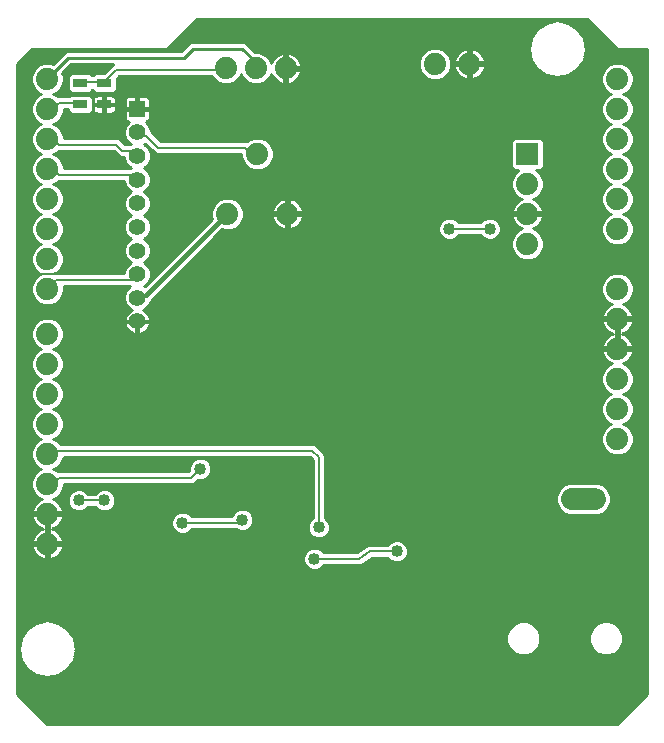
<source format=gbl>
G75*
G70*
%OFA0B0*%
%FSLAX24Y24*%
%IPPOS*%
%LPD*%
%AMOC8*
5,1,8,0,0,1.08239X$1,22.5*
%
%ADD10C,0.0740*%
%ADD11C,0.0740*%
%ADD12R,0.0472X0.0315*%
%ADD13R,0.0740X0.0740*%
%ADD14R,0.0555X0.0555*%
%ADD15C,0.0555*%
%ADD16C,0.0400*%
%ADD17C,0.0100*%
%ADD18C,0.0080*%
%ADD19C,0.0150*%
D10*
X009335Y012259D03*
X009335Y013259D03*
X009335Y014259D03*
X009335Y015259D03*
X009335Y016259D03*
X009335Y017259D03*
X009335Y018259D03*
X009335Y019259D03*
X009335Y020759D03*
X009335Y021759D03*
X009335Y022759D03*
X009335Y023759D03*
X009335Y024759D03*
X009335Y025759D03*
X009335Y026759D03*
X009335Y027759D03*
X015285Y028109D03*
X016285Y028109D03*
X017285Y028109D03*
X016335Y025259D03*
X015335Y023259D03*
X017335Y023259D03*
X022265Y028259D03*
X023405Y028259D03*
X028335Y027759D03*
X028335Y026759D03*
X028335Y025759D03*
X028335Y024759D03*
X028335Y023759D03*
X028335Y022759D03*
X028335Y020759D03*
X028335Y019759D03*
X028335Y018759D03*
X028335Y017759D03*
X028335Y016759D03*
X028335Y015759D03*
X025335Y022259D03*
X025335Y023259D03*
X025335Y024259D03*
D11*
X026835Y013759D02*
X027575Y013759D01*
D12*
X011235Y026905D03*
X010435Y026905D03*
X010435Y027613D03*
X011235Y027613D03*
D13*
X025335Y025259D03*
D14*
X012335Y026759D03*
D15*
X012335Y025971D03*
X012335Y025184D03*
X012335Y024397D03*
X012335Y023609D03*
X012335Y022822D03*
X012335Y022034D03*
X012335Y021247D03*
X012335Y020460D03*
X012335Y019672D03*
D16*
X010835Y022359D03*
X010835Y023259D03*
X010835Y025059D03*
X019335Y020259D03*
X022735Y022759D03*
X024085Y022759D03*
X023835Y024759D03*
X025835Y015759D03*
X020985Y012009D03*
X021135Y010359D03*
X018235Y010909D03*
X018235Y011759D03*
X018385Y012809D03*
X017785Y014409D03*
X015835Y013059D03*
X013835Y012959D03*
X013735Y013909D03*
X014435Y014759D03*
X011435Y014809D03*
X011235Y013709D03*
X010385Y013709D03*
X010335Y012759D03*
X011585Y012559D03*
X013735Y011959D03*
D17*
X008335Y007259D02*
X009335Y006259D01*
X028335Y006259D01*
X009335Y006259D01*
X009237Y006357D02*
X028434Y006357D01*
X028335Y006259D02*
X029335Y007259D01*
X029335Y028759D01*
X028335Y028759D01*
X027335Y029759D01*
X014335Y029759D01*
X013335Y028759D01*
X008835Y028759D01*
X008335Y028259D01*
X008335Y007259D01*
X008350Y007244D02*
X029321Y007244D01*
X029335Y007343D02*
X008335Y007343D01*
X008335Y007441D02*
X029335Y007441D01*
X029335Y007540D02*
X008335Y007540D01*
X008335Y007639D02*
X029335Y007639D01*
X029335Y007737D02*
X008335Y007737D01*
X008335Y007836D02*
X009226Y007836D01*
X009335Y007814D02*
X009335Y007814D01*
X008974Y007886D01*
X008973Y007886D01*
X008667Y008091D01*
X008667Y008091D01*
X008462Y008397D01*
X008462Y008397D01*
X008390Y008759D01*
X008390Y008759D01*
X008462Y009120D01*
X008462Y009121D01*
X008667Y009427D01*
X008667Y009427D01*
X008973Y009632D01*
X008974Y009632D01*
X009335Y009704D01*
X009335Y009704D01*
X009697Y009632D01*
X009697Y009632D01*
X010003Y009427D01*
X010003Y009427D01*
X010003Y009427D01*
X010208Y009121D01*
X010208Y009120D01*
X010280Y008759D01*
X010208Y008397D01*
X010208Y008397D01*
X010003Y008091D01*
X010003Y008091D01*
X010003Y008091D01*
X009697Y007886D01*
X009697Y007886D01*
X009335Y007814D01*
X009444Y007836D02*
X029335Y007836D01*
X029335Y007934D02*
X009769Y007934D01*
X009916Y008033D02*
X029335Y008033D01*
X029335Y008131D02*
X010030Y008131D01*
X010096Y008230D02*
X029335Y008230D01*
X029335Y008328D02*
X010162Y008328D01*
X010214Y008427D02*
X029335Y008427D01*
X029335Y008525D02*
X010234Y008525D01*
X010253Y008624D02*
X024899Y008624D01*
X024882Y008631D02*
X025089Y008545D01*
X025313Y008545D01*
X025521Y008631D01*
X025679Y008790D01*
X025765Y008997D01*
X025765Y009221D01*
X025679Y009428D01*
X025521Y009587D01*
X025313Y009673D01*
X025089Y009673D01*
X024882Y009587D01*
X024723Y009428D01*
X024638Y009221D01*
X024638Y008997D01*
X024723Y008790D01*
X024882Y008631D01*
X024790Y008722D02*
X010273Y008722D01*
X010268Y008821D02*
X024710Y008821D01*
X024670Y008920D02*
X010248Y008920D01*
X010229Y009018D02*
X024638Y009018D01*
X024638Y009117D02*
X010209Y009117D01*
X010145Y009215D02*
X024638Y009215D01*
X024676Y009314D02*
X010079Y009314D01*
X010013Y009412D02*
X024717Y009412D01*
X024806Y009511D02*
X009878Y009511D01*
X009731Y009609D02*
X024937Y009609D01*
X025466Y009609D02*
X027692Y009609D01*
X027638Y009587D02*
X027479Y009428D01*
X027393Y009221D01*
X027393Y008997D01*
X027479Y008790D01*
X027638Y008631D01*
X027845Y008545D01*
X028069Y008545D01*
X028276Y008631D01*
X028435Y008790D01*
X028521Y008997D01*
X028521Y009221D01*
X028435Y009428D01*
X028276Y009587D01*
X028069Y009673D01*
X027845Y009673D01*
X027638Y009587D01*
X027562Y009511D02*
X025596Y009511D01*
X025686Y009412D02*
X027473Y009412D01*
X027432Y009314D02*
X025727Y009314D01*
X025765Y009215D02*
X027393Y009215D01*
X027393Y009117D02*
X025765Y009117D01*
X025765Y009018D02*
X027393Y009018D01*
X027425Y008920D02*
X025733Y008920D01*
X025692Y008821D02*
X027466Y008821D01*
X027546Y008722D02*
X025612Y008722D01*
X025503Y008624D02*
X027655Y008624D01*
X028259Y008624D02*
X029335Y008624D01*
X029335Y008722D02*
X028368Y008722D01*
X028448Y008821D02*
X029335Y008821D01*
X029335Y008920D02*
X028489Y008920D01*
X028521Y009018D02*
X029335Y009018D01*
X029335Y009117D02*
X028521Y009117D01*
X028521Y009215D02*
X029335Y009215D01*
X029335Y009314D02*
X028482Y009314D01*
X028442Y009412D02*
X029335Y009412D01*
X029335Y009511D02*
X028352Y009511D01*
X028222Y009609D02*
X029335Y009609D01*
X029335Y009708D02*
X008335Y009708D01*
X008335Y009806D02*
X029335Y009806D01*
X029335Y009905D02*
X008335Y009905D01*
X008335Y010004D02*
X029335Y010004D01*
X029335Y010102D02*
X008335Y010102D01*
X008335Y010201D02*
X029335Y010201D01*
X029335Y010299D02*
X008335Y010299D01*
X008335Y010398D02*
X029335Y010398D01*
X029335Y010496D02*
X008335Y010496D01*
X008335Y010595D02*
X029335Y010595D01*
X029335Y010693D02*
X008335Y010693D01*
X008335Y010792D02*
X029335Y010792D01*
X029335Y010890D02*
X008335Y010890D01*
X008335Y010989D02*
X029335Y010989D01*
X029335Y011088D02*
X008335Y011088D01*
X008335Y011186D02*
X029335Y011186D01*
X029335Y011285D02*
X008335Y011285D01*
X008335Y011383D02*
X029335Y011383D01*
X029335Y011482D02*
X018481Y011482D01*
X018445Y011445D02*
X018548Y011549D01*
X019718Y011549D01*
X019786Y011537D01*
X019802Y011549D01*
X019822Y011549D01*
X019871Y011598D01*
X020152Y011799D01*
X020672Y011799D01*
X020776Y011695D01*
X020911Y011639D01*
X021059Y011639D01*
X021195Y011695D01*
X021299Y011799D01*
X021355Y011935D01*
X021355Y012082D01*
X021299Y012218D01*
X021195Y012323D01*
X021059Y012379D01*
X020911Y012379D01*
X020776Y012323D01*
X020672Y012219D01*
X020103Y012219D01*
X020034Y012230D01*
X020018Y012219D01*
X019998Y012219D01*
X019949Y012170D01*
X019668Y011969D01*
X018548Y011969D01*
X018445Y012073D01*
X018309Y012129D01*
X018161Y012129D01*
X018026Y012073D01*
X018027Y012073D02*
X009821Y012073D01*
X009817Y012059D02*
X009842Y012137D01*
X009854Y012209D01*
X009385Y012209D01*
X009385Y012309D01*
X009285Y012309D01*
X009285Y012777D01*
X009285Y013209D01*
X008817Y013209D01*
X008828Y013137D01*
X008853Y013059D01*
X008890Y012986D01*
X008938Y012920D01*
X008996Y012862D01*
X009063Y012814D01*
X009135Y012777D01*
X009191Y012759D01*
X009135Y012741D01*
X009063Y012704D01*
X008996Y012656D01*
X008938Y012598D01*
X008890Y012531D01*
X008853Y012459D01*
X008828Y012381D01*
X008817Y012309D01*
X009285Y012309D01*
X009285Y012209D01*
X008817Y012209D01*
X008828Y012137D01*
X008853Y012059D01*
X008890Y011986D01*
X008938Y011920D01*
X008996Y011862D01*
X009063Y011814D01*
X009135Y011777D01*
X008335Y011777D01*
X008335Y011679D02*
X017868Y011679D01*
X017865Y011685D02*
X017921Y011549D01*
X018026Y011445D01*
X018161Y011389D01*
X018309Y011389D01*
X018445Y011445D01*
X017989Y011482D02*
X008335Y011482D01*
X008335Y011580D02*
X017909Y011580D01*
X017865Y011685D02*
X017865Y011832D01*
X017921Y011968D01*
X018026Y012073D01*
X017927Y011974D02*
X009771Y011974D01*
X009780Y011986D02*
X009817Y012059D01*
X009780Y011986D02*
X009732Y011920D01*
X009674Y011862D01*
X009608Y011814D01*
X009535Y011777D01*
X009457Y011752D01*
X009385Y011740D01*
X009385Y012209D01*
X009285Y012209D01*
X009285Y011740D01*
X009213Y011752D01*
X009135Y011777D01*
X009285Y011777D02*
X009385Y011777D01*
X009385Y011876D02*
X009285Y011876D01*
X009285Y011974D02*
X009385Y011974D01*
X009385Y012073D02*
X009285Y012073D01*
X009285Y012171D02*
X009385Y012171D01*
X009385Y012270D02*
X020723Y012270D01*
X020887Y012369D02*
X009844Y012369D01*
X009842Y012381D02*
X009817Y012459D01*
X009780Y012531D01*
X009732Y012598D01*
X009674Y012656D01*
X009608Y012704D01*
X009535Y012741D01*
X009479Y012759D01*
X009535Y012777D01*
X009608Y012814D01*
X009674Y012862D01*
X009732Y012920D01*
X009780Y012986D01*
X009817Y013059D01*
X009842Y013137D01*
X009854Y013209D01*
X009385Y013209D01*
X009385Y013309D01*
X009854Y013309D01*
X009842Y013381D01*
X009817Y013459D01*
X009780Y013531D01*
X009732Y013598D01*
X009674Y013656D01*
X009608Y013704D01*
X009535Y013741D01*
X009513Y013748D01*
X010015Y013748D01*
X010015Y013782D02*
X010015Y013635D01*
X010071Y013499D01*
X010176Y013395D01*
X010311Y013339D01*
X010459Y013339D01*
X010595Y013395D01*
X010698Y013499D01*
X010922Y013499D01*
X011026Y013395D01*
X011161Y013339D01*
X011309Y013339D01*
X011445Y013395D01*
X011549Y013499D01*
X011605Y013635D01*
X011605Y013782D01*
X011549Y013918D01*
X011445Y014023D01*
X011309Y014079D01*
X011161Y014079D01*
X011026Y014023D01*
X010922Y013919D01*
X010698Y013919D01*
X010595Y014023D01*
X010459Y014079D01*
X010311Y014079D01*
X010176Y014023D01*
X010071Y013918D01*
X010015Y013782D01*
X010042Y013847D02*
X009687Y013847D01*
X009641Y013801D02*
X009793Y013953D01*
X009875Y014151D01*
X009875Y014249D01*
X014222Y014249D01*
X014345Y014372D01*
X014362Y014389D01*
X014509Y014389D01*
X014645Y014445D01*
X014749Y014549D01*
X014805Y014685D01*
X014805Y014832D01*
X018178Y014832D01*
X018178Y014734D02*
X014805Y014734D01*
X014805Y014832D02*
X014749Y014968D01*
X014645Y015073D01*
X014509Y015129D01*
X014361Y015129D01*
X014226Y015073D01*
X014121Y014968D01*
X014065Y014832D01*
X009672Y014832D01*
X009641Y014801D02*
X009793Y014953D01*
X009874Y015149D01*
X018079Y015149D01*
X018178Y015051D01*
X018176Y013123D01*
X018071Y013018D01*
X018015Y012882D01*
X018015Y012735D01*
X018071Y012599D01*
X018176Y012495D01*
X018311Y012439D01*
X018459Y012439D01*
X018595Y012495D01*
X018699Y012599D01*
X018755Y012735D01*
X018755Y012882D01*
X018699Y013018D01*
X018595Y013122D01*
X018598Y015052D01*
X018599Y015053D01*
X018598Y015139D01*
X018598Y015225D01*
X018598Y015226D01*
X018598Y015227D01*
X018535Y015288D01*
X018476Y015348D01*
X018474Y015348D01*
X018313Y015508D01*
X018252Y015569D01*
X018251Y015569D01*
X018250Y015569D01*
X018163Y015569D01*
X009789Y015569D01*
X009641Y015717D01*
X009539Y015759D01*
X009641Y015801D01*
X009793Y015953D01*
X009875Y016151D01*
X009875Y016366D01*
X009793Y016565D01*
X009641Y016717D01*
X009539Y016759D01*
X009641Y016801D01*
X009793Y016953D01*
X009875Y017151D01*
X009875Y017366D01*
X009793Y017565D01*
X009641Y017717D01*
X009539Y017759D01*
X009641Y017801D01*
X009793Y017953D01*
X009875Y018151D01*
X009875Y018366D01*
X009793Y018565D01*
X009641Y018717D01*
X009539Y018759D01*
X009641Y018801D01*
X009793Y018953D01*
X009875Y019151D01*
X009875Y019366D01*
X009793Y019565D01*
X009641Y019717D01*
X009443Y019799D01*
X009228Y019799D01*
X009029Y019717D01*
X008877Y019565D01*
X008795Y019366D01*
X008795Y019151D01*
X008877Y018953D01*
X009029Y018801D01*
X009131Y018759D01*
X009029Y018717D01*
X008877Y018565D01*
X008795Y018366D01*
X008795Y018151D01*
X008877Y017953D01*
X009029Y017801D01*
X009131Y017759D01*
X009029Y017717D01*
X008877Y017565D01*
X008795Y017366D01*
X008795Y017151D01*
X008877Y016953D01*
X009029Y016801D01*
X009131Y016759D01*
X009029Y016717D01*
X008877Y016565D01*
X008795Y016366D01*
X008795Y016151D01*
X008877Y015953D01*
X009029Y015801D01*
X009131Y015759D01*
X009029Y015717D01*
X008877Y015565D01*
X008795Y015366D01*
X008795Y015151D01*
X008877Y014953D01*
X009029Y014801D01*
X009131Y014759D01*
X009029Y014717D01*
X008877Y014565D01*
X008795Y014366D01*
X008795Y014151D01*
X008877Y013953D01*
X009029Y013801D01*
X009158Y013748D01*
X009135Y013741D01*
X009063Y013704D01*
X008996Y013656D01*
X008938Y013598D01*
X008890Y013531D01*
X008853Y013459D01*
X008828Y013381D01*
X008817Y013309D01*
X009285Y013309D01*
X009285Y013209D01*
X009385Y013209D01*
X009385Y012740D01*
X009385Y012309D01*
X009854Y012309D01*
X009842Y012381D01*
X009813Y012467D02*
X018243Y012467D01*
X018105Y012566D02*
X009755Y012566D01*
X009662Y012664D02*
X013607Y012664D01*
X013626Y012645D02*
X013761Y012589D01*
X013909Y012589D01*
X014045Y012645D01*
X014148Y012749D01*
X015622Y012749D01*
X015626Y012745D01*
X015761Y012689D01*
X015909Y012689D01*
X016045Y012745D01*
X016149Y012849D01*
X016205Y012985D01*
X016205Y013132D01*
X016149Y013268D01*
X016045Y013373D01*
X015909Y013429D01*
X015761Y013429D01*
X015626Y013373D01*
X015521Y013268D01*
X015480Y013169D01*
X014148Y013169D01*
X014045Y013273D01*
X013909Y013329D01*
X013761Y013329D01*
X013626Y013273D01*
X013521Y013168D01*
X013465Y013032D01*
X013465Y012885D01*
X013521Y012749D01*
X013626Y012645D01*
X013516Y012763D02*
X009491Y012763D01*
X009385Y012763D02*
X009285Y012763D01*
X009285Y012861D02*
X009385Y012861D01*
X009385Y012960D02*
X009285Y012960D01*
X009285Y013058D02*
X009385Y013058D01*
X009385Y013157D02*
X009285Y013157D01*
X009285Y013255D02*
X008335Y013255D01*
X008335Y013157D02*
X008825Y013157D01*
X008854Y013058D02*
X008335Y013058D01*
X008335Y012960D02*
X008910Y012960D01*
X008998Y012861D02*
X008335Y012861D01*
X008335Y012763D02*
X009179Y012763D01*
X009285Y012664D02*
X009385Y012664D01*
X009385Y012566D02*
X009285Y012566D01*
X009285Y012467D02*
X009385Y012467D01*
X009385Y012369D02*
X009285Y012369D01*
X009285Y012270D02*
X008335Y012270D01*
X008335Y012171D02*
X008822Y012171D01*
X008849Y012073D02*
X008335Y012073D01*
X008335Y011974D02*
X008899Y011974D01*
X008983Y011876D02*
X008335Y011876D01*
X008335Y012369D02*
X008826Y012369D01*
X008858Y012467D02*
X008335Y012467D01*
X008335Y012566D02*
X008915Y012566D01*
X009008Y012664D02*
X008335Y012664D01*
X008335Y013354D02*
X008824Y013354D01*
X008851Y013453D02*
X008335Y013453D01*
X008335Y013551D02*
X008905Y013551D01*
X008990Y013650D02*
X008335Y013650D01*
X008335Y013748D02*
X009157Y013748D01*
X008984Y013847D02*
X008335Y013847D01*
X008335Y013945D02*
X008885Y013945D01*
X008840Y014044D02*
X008335Y014044D01*
X008335Y014142D02*
X008799Y014142D01*
X008795Y014241D02*
X008335Y014241D01*
X008335Y014339D02*
X008795Y014339D01*
X008825Y014438D02*
X008335Y014438D01*
X008335Y014537D02*
X008866Y014537D01*
X008948Y014635D02*
X008335Y014635D01*
X008335Y014734D02*
X009070Y014734D01*
X008998Y014832D02*
X008335Y014832D01*
X008335Y014931D02*
X008900Y014931D01*
X008846Y015029D02*
X008335Y015029D01*
X008335Y015128D02*
X008805Y015128D01*
X008795Y015226D02*
X008335Y015226D01*
X008335Y015325D02*
X008795Y015325D01*
X008819Y015423D02*
X008335Y015423D01*
X008335Y015522D02*
X008860Y015522D01*
X008933Y015621D02*
X008335Y015621D01*
X008335Y015719D02*
X009035Y015719D01*
X009013Y015818D02*
X008335Y015818D01*
X008335Y015916D02*
X008914Y015916D01*
X008852Y016015D02*
X008335Y016015D01*
X008335Y016113D02*
X008811Y016113D01*
X008795Y016212D02*
X008335Y016212D01*
X008335Y016310D02*
X008795Y016310D01*
X008813Y016409D02*
X008335Y016409D01*
X008335Y016507D02*
X008854Y016507D01*
X008919Y016606D02*
X008335Y016606D01*
X008335Y016704D02*
X009017Y016704D01*
X009027Y016803D02*
X008335Y016803D01*
X008335Y016902D02*
X008929Y016902D01*
X008858Y017000D02*
X008335Y017000D01*
X008335Y017099D02*
X008817Y017099D01*
X008795Y017197D02*
X008335Y017197D01*
X008335Y017296D02*
X008795Y017296D01*
X008807Y017394D02*
X008335Y017394D01*
X008335Y017493D02*
X008848Y017493D01*
X008904Y017591D02*
X008335Y017591D01*
X008335Y017690D02*
X009002Y017690D01*
X009060Y017788D02*
X008335Y017788D01*
X008335Y017887D02*
X008943Y017887D01*
X008864Y017986D02*
X008335Y017986D01*
X008335Y018084D02*
X008823Y018084D01*
X008795Y018183D02*
X008335Y018183D01*
X008335Y018281D02*
X008795Y018281D01*
X008801Y018380D02*
X008335Y018380D01*
X008335Y018478D02*
X008841Y018478D01*
X008889Y018577D02*
X008335Y018577D01*
X008335Y018675D02*
X008988Y018675D01*
X009095Y018774D02*
X008335Y018774D01*
X008335Y018872D02*
X008958Y018872D01*
X008870Y018971D02*
X008335Y018971D01*
X008335Y019070D02*
X008829Y019070D01*
X008795Y019168D02*
X008335Y019168D01*
X008335Y019267D02*
X008795Y019267D01*
X008795Y019365D02*
X008335Y019365D01*
X008335Y019464D02*
X008835Y019464D01*
X008876Y019562D02*
X008335Y019562D01*
X008335Y019661D02*
X008973Y019661D01*
X009132Y019759D02*
X008335Y019759D01*
X008335Y019858D02*
X011950Y019858D01*
X011939Y019836D02*
X011918Y019772D01*
X011908Y019706D01*
X011908Y019701D01*
X012306Y019701D01*
X012306Y019643D01*
X012364Y019643D01*
X012364Y019245D01*
X012369Y019245D01*
X012435Y019255D01*
X012499Y019276D01*
X012559Y019307D01*
X012614Y019346D01*
X012661Y019394D01*
X012701Y019448D01*
X012731Y019508D01*
X012752Y019572D01*
X012763Y019639D01*
X012763Y019643D01*
X012364Y019643D01*
X012364Y019701D01*
X012763Y019701D01*
X012763Y019706D01*
X012752Y019772D01*
X012731Y019836D01*
X012701Y019896D01*
X012661Y019951D01*
X012614Y019998D01*
X012559Y020038D01*
X012526Y020055D01*
X012589Y020080D01*
X012714Y020206D01*
X012775Y020352D01*
X015167Y022744D01*
X015228Y022719D01*
X015443Y022719D01*
X015641Y022801D01*
X015793Y022953D01*
X015875Y023151D01*
X015875Y023366D01*
X015793Y023565D01*
X015641Y023717D01*
X015443Y023799D01*
X015228Y023799D01*
X015029Y023717D01*
X014877Y023565D01*
X014795Y023366D01*
X014795Y023151D01*
X014820Y023091D01*
X012575Y020845D01*
X012554Y020853D01*
X012589Y020868D01*
X012714Y020994D01*
X012783Y021158D01*
X012783Y021336D01*
X013066Y021336D01*
X013164Y021435D02*
X012742Y021435D01*
X012714Y021501D02*
X012589Y021626D01*
X012554Y021641D01*
X012589Y021655D01*
X012714Y021781D01*
X012783Y021945D01*
X012783Y022124D01*
X012714Y022288D01*
X012589Y022414D01*
X012554Y022428D01*
X012589Y022443D01*
X012714Y022568D01*
X012783Y022733D01*
X012783Y022911D01*
X012714Y023075D01*
X012589Y023201D01*
X012554Y023216D01*
X012589Y023230D01*
X012714Y023356D01*
X012783Y023520D01*
X012783Y023698D01*
X012714Y023863D01*
X012589Y023989D01*
X012554Y024003D01*
X012589Y024017D01*
X012714Y024143D01*
X012783Y024308D01*
X012783Y024486D01*
X012714Y024650D01*
X012589Y024776D01*
X012554Y024790D01*
X012589Y024805D01*
X012714Y024931D01*
X012783Y025095D01*
X012783Y025273D01*
X012714Y025438D01*
X012589Y025563D01*
X012554Y025578D01*
X012589Y025592D01*
X012597Y025600D01*
X012825Y025372D01*
X012948Y025249D01*
X015795Y025249D01*
X015795Y025151D01*
X015877Y024953D01*
X016029Y024801D01*
X016228Y024719D01*
X016443Y024719D01*
X016641Y024801D01*
X016793Y024953D01*
X016875Y025151D01*
X016875Y025366D01*
X016793Y025565D01*
X016641Y025717D01*
X016443Y025799D01*
X016228Y025799D01*
X016029Y025717D01*
X015981Y025669D01*
X015848Y025669D01*
X013122Y025669D01*
X012783Y026008D01*
X012783Y026061D01*
X012714Y026225D01*
X012608Y026331D01*
X012632Y026331D01*
X012670Y026342D01*
X012705Y026361D01*
X012733Y026389D01*
X012752Y026424D01*
X012763Y026462D01*
X012763Y026730D01*
X012364Y026730D01*
X012364Y026788D01*
X012306Y026788D01*
X012306Y027186D01*
X012038Y027186D01*
X012000Y027176D01*
X011966Y027156D01*
X011938Y027128D01*
X011918Y027094D01*
X011908Y027056D01*
X011908Y026788D01*
X012306Y026788D01*
X012306Y026730D01*
X011908Y026730D01*
X011908Y026462D01*
X011918Y026424D01*
X011938Y026389D01*
X011966Y026361D01*
X012000Y026342D01*
X012038Y026331D01*
X012062Y026331D01*
X011956Y026225D01*
X011888Y026061D01*
X011888Y025882D01*
X011956Y025718D01*
X012082Y025592D01*
X012116Y025578D01*
X012095Y025569D01*
X011922Y025569D01*
X011845Y025646D01*
X011722Y025769D01*
X009875Y025769D01*
X009875Y025866D01*
X009793Y026065D01*
X009641Y026217D01*
X009539Y026259D01*
X009641Y026301D01*
X009793Y026453D01*
X009875Y026651D01*
X009875Y026749D01*
X010029Y026749D01*
X010029Y026677D01*
X010128Y026577D01*
X010742Y026577D01*
X010841Y026677D01*
X010841Y027132D01*
X010742Y027232D01*
X010128Y027232D01*
X010065Y027169D01*
X009822Y027169D01*
X009689Y027169D01*
X009641Y027217D01*
X009539Y027259D01*
X009641Y027301D01*
X009793Y027453D01*
X009875Y027651D01*
X009875Y027866D01*
X009839Y027952D01*
X010126Y028239D01*
X011518Y028239D01*
X011425Y028146D01*
X011220Y027941D01*
X010928Y027941D01*
X010857Y027869D01*
X010814Y027869D01*
X010742Y027941D01*
X010128Y027941D01*
X010029Y027841D01*
X010029Y027385D01*
X010128Y027286D01*
X010742Y027286D01*
X010835Y027379D01*
X010928Y027286D01*
X011542Y027286D01*
X011641Y027385D01*
X011641Y027768D01*
X011722Y027849D01*
X014808Y027849D01*
X014827Y027803D01*
X014979Y027651D01*
X015178Y027569D01*
X015393Y027569D01*
X015591Y027651D01*
X015743Y027803D01*
X015785Y027905D01*
X015827Y027803D01*
X015979Y027651D01*
X016178Y027569D01*
X016393Y027569D01*
X016591Y027651D01*
X016743Y027803D01*
X016796Y027931D01*
X016803Y027909D01*
X016840Y027836D01*
X016888Y027770D01*
X016946Y027712D01*
X017013Y027664D01*
X017085Y027627D01*
X017163Y027602D01*
X017235Y027590D01*
X017235Y028059D01*
X017335Y028059D01*
X017335Y028159D01*
X017235Y028159D01*
X017235Y028627D01*
X017163Y028616D01*
X017085Y028591D01*
X017013Y028554D01*
X016946Y028506D01*
X016888Y028448D01*
X016840Y028381D01*
X016803Y028309D01*
X016796Y028286D01*
X016743Y028415D01*
X016591Y028567D01*
X016393Y028649D01*
X016256Y028649D01*
X016055Y028850D01*
X015926Y028979D01*
X014094Y028979D01*
X013965Y028850D01*
X013794Y028679D01*
X010126Y028679D01*
X009944Y028679D01*
X009528Y028263D01*
X009443Y028299D01*
X009228Y028299D01*
X009029Y028217D01*
X008877Y028065D01*
X008795Y027866D01*
X008795Y027651D01*
X008877Y027453D01*
X009029Y027301D01*
X009131Y027259D01*
X009029Y027217D01*
X008877Y027065D01*
X008795Y026866D01*
X008795Y026651D01*
X008877Y026453D01*
X009029Y026301D01*
X009131Y026259D01*
X009029Y026217D01*
X008877Y026065D01*
X008795Y025866D01*
X008795Y025651D01*
X008877Y025453D01*
X009029Y025301D01*
X009131Y025259D01*
X009029Y025217D01*
X008877Y025065D01*
X008795Y024866D01*
X008795Y024651D01*
X008877Y024453D01*
X009029Y024301D01*
X009131Y024259D01*
X009029Y024217D01*
X008877Y024065D01*
X008795Y023866D01*
X008795Y023651D01*
X008877Y023453D01*
X009029Y023301D01*
X009131Y023259D01*
X009029Y023217D01*
X008877Y023065D01*
X008795Y022866D01*
X008795Y022651D01*
X008877Y022453D01*
X009029Y022301D01*
X009131Y022259D01*
X009029Y022217D01*
X008877Y022065D01*
X008795Y021866D01*
X008795Y021651D01*
X008877Y021453D01*
X009029Y021301D01*
X009131Y021259D01*
X009029Y021217D01*
X008877Y021065D01*
X008795Y020866D01*
X008795Y020651D01*
X008877Y020453D01*
X009029Y020301D01*
X009228Y020219D01*
X009443Y020219D01*
X009641Y020301D01*
X009793Y020453D01*
X009875Y020651D01*
X009875Y020849D01*
X012106Y020849D01*
X012082Y020839D01*
X011956Y020713D01*
X011888Y020549D01*
X011888Y020371D01*
X011956Y020206D01*
X012082Y020080D01*
X012144Y020055D01*
X012111Y020038D01*
X012057Y019998D01*
X012009Y019951D01*
X011969Y019896D01*
X011939Y019836D01*
X011916Y019759D02*
X009538Y019759D01*
X009697Y019661D02*
X012306Y019661D01*
X012306Y019643D02*
X011908Y019643D01*
X011908Y019639D01*
X011918Y019572D01*
X011939Y019508D01*
X011969Y019448D01*
X012009Y019394D01*
X012057Y019346D01*
X012111Y019307D01*
X012171Y019276D01*
X012235Y019255D01*
X012301Y019245D01*
X012306Y019245D01*
X012306Y019643D01*
X012364Y019661D02*
X027824Y019661D01*
X027828Y019637D02*
X027853Y019559D01*
X027890Y019486D01*
X027938Y019420D01*
X027996Y019362D01*
X028063Y019314D01*
X028135Y019277D01*
X028191Y019259D01*
X028135Y019241D01*
X028063Y019204D01*
X027996Y019156D01*
X027938Y019098D01*
X027890Y019031D01*
X027853Y018959D01*
X027828Y018881D01*
X027817Y018809D01*
X028285Y018809D01*
X028285Y019240D01*
X028285Y019709D01*
X027817Y019709D01*
X027828Y019637D01*
X027852Y019562D02*
X012749Y019562D01*
X012709Y019464D02*
X027907Y019464D01*
X027993Y019365D02*
X012633Y019365D01*
X012470Y019267D02*
X028167Y019267D01*
X028285Y019267D02*
X028385Y019267D01*
X028385Y019240D02*
X028385Y019709D01*
X028385Y019809D01*
X028854Y019809D01*
X028842Y019881D01*
X028817Y019959D01*
X028780Y020031D01*
X028732Y020098D01*
X028674Y020156D01*
X028608Y020204D01*
X028535Y020241D01*
X028513Y020248D01*
X028641Y020301D01*
X028793Y020453D01*
X028875Y020651D01*
X028875Y020866D01*
X028793Y021065D01*
X028641Y021217D01*
X028443Y021299D01*
X028228Y021299D01*
X028029Y021217D01*
X027877Y021065D01*
X027795Y020866D01*
X027795Y020651D01*
X027877Y020453D01*
X028029Y020301D01*
X028158Y020248D01*
X028135Y020241D01*
X028063Y020204D01*
X027996Y020156D01*
X027938Y020098D01*
X027890Y020031D01*
X027853Y019959D01*
X027828Y019881D01*
X027817Y019809D01*
X028285Y019809D01*
X028285Y019709D01*
X028385Y019709D01*
X028854Y019709D01*
X028842Y019637D01*
X028817Y019559D01*
X028780Y019486D01*
X028732Y019420D01*
X028674Y019362D01*
X028608Y019314D01*
X028535Y019277D01*
X028479Y019259D01*
X028535Y019241D01*
X028608Y019204D01*
X028674Y019156D01*
X028732Y019098D01*
X028780Y019031D01*
X028817Y018959D01*
X028842Y018881D01*
X028854Y018809D01*
X028385Y018809D01*
X028285Y018809D01*
X028285Y018709D01*
X027817Y018709D01*
X027828Y018637D01*
X027853Y018559D01*
X027890Y018486D01*
X027938Y018420D01*
X027996Y018362D01*
X028063Y018314D01*
X028135Y018277D01*
X028158Y018270D01*
X028029Y018217D01*
X027877Y018065D01*
X027795Y017866D01*
X027795Y017651D01*
X027877Y017453D01*
X028029Y017301D01*
X028131Y017259D01*
X028029Y017217D01*
X027877Y017065D01*
X027795Y016866D01*
X027795Y016651D01*
X027877Y016453D01*
X028029Y016301D01*
X028131Y016259D01*
X028029Y016217D01*
X027877Y016065D01*
X027795Y015866D01*
X027795Y015651D01*
X027877Y015453D01*
X028029Y015301D01*
X028228Y015219D01*
X028443Y015219D01*
X028641Y015301D01*
X028793Y015453D01*
X028875Y015651D01*
X028875Y015866D01*
X028793Y016065D01*
X028641Y016217D01*
X028539Y016259D01*
X028641Y016301D01*
X028793Y016453D01*
X028875Y016651D01*
X028875Y016866D01*
X028793Y017065D01*
X028641Y017217D01*
X028539Y017259D01*
X028641Y017301D01*
X028793Y017453D01*
X028875Y017651D01*
X028875Y017866D01*
X028793Y018065D01*
X028641Y018217D01*
X028513Y018270D01*
X028535Y018277D01*
X028608Y018314D01*
X028674Y018362D01*
X028732Y018420D01*
X028780Y018486D01*
X028817Y018559D01*
X028842Y018637D01*
X028854Y018709D01*
X028385Y018709D01*
X028385Y018809D01*
X028385Y019240D01*
X028385Y019168D02*
X028285Y019168D01*
X028285Y019070D02*
X028385Y019070D01*
X028385Y018971D02*
X028285Y018971D01*
X028285Y018872D02*
X028385Y018872D01*
X028385Y018774D02*
X029335Y018774D01*
X029335Y018872D02*
X028844Y018872D01*
X028811Y018971D02*
X029335Y018971D01*
X029335Y019070D02*
X028752Y019070D01*
X028657Y019168D02*
X029335Y019168D01*
X029335Y019267D02*
X028503Y019267D01*
X028385Y019365D02*
X028285Y019365D01*
X028285Y019464D02*
X028385Y019464D01*
X028385Y019562D02*
X028285Y019562D01*
X028285Y019661D02*
X028385Y019661D01*
X028385Y019759D02*
X029335Y019759D01*
X029335Y019661D02*
X028846Y019661D01*
X028818Y019562D02*
X029335Y019562D01*
X029335Y019464D02*
X028763Y019464D01*
X028677Y019365D02*
X029335Y019365D01*
X029335Y019858D02*
X028846Y019858D01*
X028818Y019956D02*
X029335Y019956D01*
X029335Y020055D02*
X028763Y020055D01*
X028676Y020154D02*
X029335Y020154D01*
X029335Y020252D02*
X028523Y020252D01*
X028690Y020351D02*
X029335Y020351D01*
X029335Y020449D02*
X028789Y020449D01*
X028832Y020548D02*
X029335Y020548D01*
X029335Y020646D02*
X028873Y020646D01*
X028875Y020745D02*
X029335Y020745D01*
X029335Y020843D02*
X028875Y020843D01*
X028844Y020942D02*
X029335Y020942D01*
X029335Y021040D02*
X028803Y021040D01*
X028719Y021139D02*
X029335Y021139D01*
X029335Y021237D02*
X028591Y021237D01*
X028080Y021237D02*
X013660Y021237D01*
X013562Y021139D02*
X027951Y021139D01*
X027867Y021040D02*
X013463Y021040D01*
X013365Y020942D02*
X027826Y020942D01*
X027795Y020843D02*
X013266Y020843D01*
X013167Y020745D02*
X027795Y020745D01*
X027797Y020646D02*
X013069Y020646D01*
X012970Y020548D02*
X027838Y020548D01*
X027881Y020449D02*
X012872Y020449D01*
X012774Y020351D02*
X027980Y020351D01*
X028148Y020252D02*
X012733Y020252D01*
X012662Y020154D02*
X027994Y020154D01*
X027907Y020055D02*
X012527Y020055D01*
X012655Y019956D02*
X027853Y019956D01*
X027824Y019858D02*
X012720Y019858D01*
X012754Y019759D02*
X028285Y019759D01*
X028014Y019168D02*
X009875Y019168D01*
X009875Y019267D02*
X012200Y019267D01*
X012306Y019267D02*
X012364Y019267D01*
X012364Y019365D02*
X012306Y019365D01*
X012306Y019464D02*
X012364Y019464D01*
X012364Y019562D02*
X012306Y019562D01*
X012038Y019365D02*
X009875Y019365D01*
X009835Y019464D02*
X011962Y019464D01*
X011921Y019562D02*
X009794Y019562D01*
X009841Y019070D02*
X027918Y019070D01*
X027860Y018971D02*
X009800Y018971D01*
X009712Y018872D02*
X027827Y018872D01*
X027822Y018675D02*
X009682Y018675D01*
X009781Y018577D02*
X027847Y018577D01*
X027896Y018478D02*
X009829Y018478D01*
X009870Y018380D02*
X027979Y018380D01*
X028127Y018281D02*
X009875Y018281D01*
X009875Y018183D02*
X027995Y018183D01*
X027897Y018084D02*
X009847Y018084D01*
X009806Y017986D02*
X027845Y017986D01*
X027804Y017887D02*
X009727Y017887D01*
X009610Y017788D02*
X027795Y017788D01*
X027795Y017690D02*
X009668Y017690D01*
X009766Y017591D02*
X027820Y017591D01*
X027861Y017493D02*
X009823Y017493D01*
X009864Y017394D02*
X027936Y017394D01*
X028042Y017296D02*
X009875Y017296D01*
X009875Y017197D02*
X028010Y017197D01*
X027911Y017099D02*
X009853Y017099D01*
X009812Y017000D02*
X027851Y017000D01*
X027810Y016902D02*
X009741Y016902D01*
X009643Y016803D02*
X027795Y016803D01*
X027795Y016704D02*
X009653Y016704D01*
X009752Y016606D02*
X027814Y016606D01*
X027855Y016507D02*
X009817Y016507D01*
X009857Y016409D02*
X027921Y016409D01*
X028020Y016310D02*
X009875Y016310D01*
X009875Y016212D02*
X028024Y016212D01*
X027926Y016113D02*
X009859Y016113D01*
X009818Y016015D02*
X027857Y016015D01*
X027816Y015916D02*
X009756Y015916D01*
X009657Y015818D02*
X027795Y015818D01*
X027795Y015719D02*
X009635Y015719D01*
X009737Y015621D02*
X027808Y015621D01*
X027849Y015522D02*
X018299Y015522D01*
X018398Y015423D02*
X027907Y015423D01*
X028005Y015325D02*
X018499Y015325D01*
X018598Y015226D02*
X028210Y015226D01*
X028460Y015226D02*
X029335Y015226D01*
X029335Y015128D02*
X018598Y015128D01*
X018598Y015029D02*
X029335Y015029D01*
X029335Y014931D02*
X018598Y014931D01*
X018598Y014832D02*
X029335Y014832D01*
X029335Y014734D02*
X018598Y014734D01*
X018598Y014635D02*
X029335Y014635D01*
X029335Y014537D02*
X018597Y014537D01*
X018597Y014438D02*
X029335Y014438D01*
X029335Y014339D02*
X018597Y014339D01*
X018597Y014241D02*
X026588Y014241D01*
X026529Y014217D02*
X026377Y014065D01*
X026295Y013866D01*
X026295Y013651D01*
X026377Y013453D01*
X026529Y013301D01*
X026728Y013219D01*
X027683Y013219D01*
X027881Y013301D01*
X028033Y013453D01*
X028115Y013651D01*
X028115Y013866D01*
X028033Y014065D01*
X027881Y014217D01*
X027683Y014299D01*
X026728Y014299D01*
X026529Y014217D01*
X026455Y014142D02*
X018597Y014142D01*
X018597Y014044D02*
X026369Y014044D01*
X026328Y013945D02*
X018597Y013945D01*
X018596Y013847D02*
X026295Y013847D01*
X026295Y013748D02*
X018596Y013748D01*
X018596Y013650D02*
X026296Y013650D01*
X026337Y013551D02*
X018596Y013551D01*
X018596Y013453D02*
X026378Y013453D01*
X026476Y013354D02*
X018596Y013354D01*
X018596Y013255D02*
X026639Y013255D01*
X027771Y013255D02*
X029335Y013255D01*
X029335Y013157D02*
X018596Y013157D01*
X018659Y013058D02*
X029335Y013058D01*
X029335Y012960D02*
X018723Y012960D01*
X018755Y012861D02*
X029335Y012861D01*
X029335Y012763D02*
X018755Y012763D01*
X018726Y012664D02*
X029335Y012664D01*
X029335Y012566D02*
X018665Y012566D01*
X018527Y012467D02*
X029335Y012467D01*
X029335Y012369D02*
X021084Y012369D01*
X021247Y012270D02*
X029335Y012270D01*
X029335Y012171D02*
X021318Y012171D01*
X021355Y012073D02*
X029335Y012073D01*
X029335Y011974D02*
X021355Y011974D01*
X021330Y011876D02*
X029335Y011876D01*
X029335Y011777D02*
X021277Y011777D01*
X021155Y011679D02*
X029335Y011679D01*
X029335Y011580D02*
X019853Y011580D01*
X019984Y011679D02*
X020815Y011679D01*
X020693Y011777D02*
X020122Y011777D01*
X019814Y012073D02*
X018444Y012073D01*
X018543Y011974D02*
X019676Y011974D01*
X019951Y012171D02*
X009848Y012171D01*
X009687Y011876D02*
X017883Y011876D01*
X017865Y011777D02*
X009535Y011777D01*
X009673Y012861D02*
X013475Y012861D01*
X013465Y012960D02*
X009761Y012960D01*
X009816Y013058D02*
X013476Y013058D01*
X013517Y013157D02*
X009845Y013157D01*
X009846Y013354D02*
X010275Y013354D01*
X010118Y013453D02*
X009819Y013453D01*
X009766Y013551D02*
X010050Y013551D01*
X010015Y013650D02*
X009680Y013650D01*
X009641Y013801D02*
X009513Y013748D01*
X009785Y013945D02*
X010098Y013945D01*
X010227Y014044D02*
X009830Y014044D01*
X009871Y014142D02*
X018177Y014142D01*
X018177Y014044D02*
X011393Y014044D01*
X011522Y013945D02*
X018177Y013945D01*
X018177Y013847D02*
X011578Y013847D01*
X011605Y013748D02*
X018176Y013748D01*
X018176Y013650D02*
X011605Y013650D01*
X011570Y013551D02*
X018176Y013551D01*
X018176Y013453D02*
X011502Y013453D01*
X011345Y013354D02*
X015607Y013354D01*
X015516Y013255D02*
X014062Y013255D01*
X013608Y013255D02*
X009385Y013255D01*
X009875Y014241D02*
X018177Y014241D01*
X018177Y014339D02*
X014313Y014339D01*
X014627Y014438D02*
X018177Y014438D01*
X018177Y014537D02*
X014736Y014537D01*
X014784Y014635D02*
X018178Y014635D01*
X018178Y014931D02*
X014764Y014931D01*
X014688Y015029D02*
X018178Y015029D01*
X018100Y015128D02*
X014511Y015128D01*
X014359Y015128D02*
X009865Y015128D01*
X009824Y015029D02*
X014182Y015029D01*
X014106Y014931D02*
X009771Y014931D01*
X009641Y014801D02*
X009539Y014759D01*
X009641Y014717D01*
X009689Y014669D01*
X009822Y014669D01*
X014048Y014669D01*
X014065Y014686D01*
X014065Y014832D01*
X014065Y014734D02*
X009600Y014734D01*
X010543Y014044D02*
X011077Y014044D01*
X010948Y013945D02*
X010672Y013945D01*
X010652Y013453D02*
X010968Y013453D01*
X011125Y013354D02*
X010495Y013354D01*
X014064Y012664D02*
X018045Y012664D01*
X018015Y012763D02*
X016062Y012763D01*
X016154Y012861D02*
X018015Y012861D01*
X018047Y012960D02*
X016195Y012960D01*
X016205Y013058D02*
X018111Y013058D01*
X018176Y013123D02*
X018176Y013123D01*
X018176Y013157D02*
X016195Y013157D01*
X016154Y013255D02*
X018176Y013255D01*
X018176Y013354D02*
X016063Y013354D01*
X008940Y009609D02*
X008335Y009609D01*
X008335Y009511D02*
X008792Y009511D01*
X008667Y009427D02*
X008667Y009427D01*
X008657Y009412D02*
X008335Y009412D01*
X008335Y009314D02*
X008591Y009314D01*
X008525Y009215D02*
X008335Y009215D01*
X008335Y009117D02*
X008461Y009117D01*
X008442Y009018D02*
X008335Y009018D01*
X008335Y008920D02*
X008422Y008920D01*
X008402Y008821D02*
X008335Y008821D01*
X008335Y008722D02*
X008397Y008722D01*
X008417Y008624D02*
X008335Y008624D01*
X008335Y008525D02*
X008437Y008525D01*
X008456Y008427D02*
X008335Y008427D01*
X008335Y008328D02*
X008508Y008328D01*
X008574Y008230D02*
X008335Y008230D01*
X008335Y008131D02*
X008640Y008131D01*
X008667Y008091D02*
X008667Y008091D01*
X008754Y008033D02*
X008335Y008033D01*
X008335Y007934D02*
X008901Y007934D01*
X008448Y007146D02*
X029222Y007146D01*
X029123Y007047D02*
X008547Y007047D01*
X008645Y006949D02*
X029025Y006949D01*
X028926Y006850D02*
X008744Y006850D01*
X008842Y006752D02*
X028828Y006752D01*
X028729Y006653D02*
X008941Y006653D01*
X009039Y006555D02*
X028631Y006555D01*
X028532Y006456D02*
X009138Y006456D01*
X009575Y018774D02*
X028285Y018774D01*
X028543Y018281D02*
X029335Y018281D01*
X029335Y018183D02*
X028675Y018183D01*
X028774Y018084D02*
X029335Y018084D01*
X029335Y017986D02*
X028826Y017986D01*
X028867Y017887D02*
X029335Y017887D01*
X029335Y017788D02*
X028875Y017788D01*
X028875Y017690D02*
X029335Y017690D01*
X029335Y017591D02*
X028850Y017591D01*
X028809Y017493D02*
X029335Y017493D01*
X029335Y017394D02*
X028734Y017394D01*
X028628Y017296D02*
X029335Y017296D01*
X029335Y017197D02*
X028660Y017197D01*
X028759Y017099D02*
X029335Y017099D01*
X029335Y017000D02*
X028820Y017000D01*
X028860Y016902D02*
X029335Y016902D01*
X029335Y016803D02*
X028875Y016803D01*
X028875Y016704D02*
X029335Y016704D01*
X029335Y016606D02*
X028856Y016606D01*
X028815Y016507D02*
X029335Y016507D01*
X029335Y016409D02*
X028749Y016409D01*
X028650Y016310D02*
X029335Y016310D01*
X029335Y016212D02*
X028646Y016212D01*
X028744Y016113D02*
X029335Y016113D01*
X029335Y016015D02*
X028814Y016015D01*
X028854Y015916D02*
X029335Y015916D01*
X029335Y015818D02*
X028875Y015818D01*
X028875Y015719D02*
X029335Y015719D01*
X029335Y015621D02*
X028862Y015621D01*
X028821Y015522D02*
X029335Y015522D01*
X029335Y015423D02*
X028763Y015423D01*
X028665Y015325D02*
X029335Y015325D01*
X029335Y014241D02*
X027822Y014241D01*
X027955Y014142D02*
X029335Y014142D01*
X029335Y014044D02*
X028042Y014044D01*
X028082Y013945D02*
X029335Y013945D01*
X029335Y013847D02*
X028115Y013847D01*
X028115Y013748D02*
X029335Y013748D01*
X029335Y013650D02*
X028114Y013650D01*
X028074Y013551D02*
X029335Y013551D01*
X029335Y013453D02*
X028032Y013453D01*
X027934Y013354D02*
X029335Y013354D01*
X029335Y018380D02*
X028691Y018380D01*
X028774Y018478D02*
X029335Y018478D01*
X029335Y018577D02*
X028823Y018577D01*
X028848Y018675D02*
X029335Y018675D01*
X029335Y021336D02*
X013759Y021336D01*
X013857Y021435D02*
X029335Y021435D01*
X029335Y021533D02*
X013956Y021533D01*
X014054Y021632D02*
X029335Y021632D01*
X029335Y021730D02*
X025470Y021730D01*
X025443Y021719D02*
X025641Y021801D01*
X025793Y021953D01*
X025875Y022151D01*
X025875Y022366D01*
X025793Y022565D01*
X025641Y022717D01*
X025513Y022770D01*
X025535Y022777D01*
X025608Y022814D01*
X027795Y022814D01*
X027795Y022866D02*
X027795Y022651D01*
X027877Y022453D01*
X028029Y022301D01*
X028228Y022219D01*
X028443Y022219D01*
X028641Y022301D01*
X028793Y022453D01*
X028875Y022651D01*
X028875Y022866D01*
X028793Y023065D01*
X028641Y023217D01*
X028539Y023259D01*
X028641Y023301D01*
X028793Y023453D01*
X028875Y023651D01*
X028875Y023866D01*
X028793Y024065D01*
X028641Y024217D01*
X028539Y024259D01*
X028641Y024301D01*
X028793Y024453D01*
X028875Y024651D01*
X028875Y024866D01*
X028793Y025065D01*
X028641Y025217D01*
X028539Y025259D01*
X028641Y025301D01*
X028793Y025453D01*
X028875Y025651D01*
X028875Y025866D01*
X028793Y026065D01*
X028641Y026217D01*
X028539Y026259D01*
X028641Y026301D01*
X028793Y026453D01*
X028875Y026651D01*
X028875Y026866D01*
X028793Y027065D01*
X028641Y027217D01*
X028539Y027259D01*
X028641Y027301D01*
X028793Y027453D01*
X028875Y027651D01*
X028875Y027866D01*
X028793Y028065D01*
X028641Y028217D01*
X028443Y028299D01*
X028228Y028299D01*
X028029Y028217D01*
X027877Y028065D01*
X027795Y027866D01*
X027795Y027651D01*
X027877Y027453D01*
X028029Y027301D01*
X028131Y027259D01*
X028029Y027217D01*
X027877Y027065D01*
X027795Y026866D01*
X027795Y026651D01*
X027877Y026453D01*
X028029Y026301D01*
X028131Y026259D01*
X028029Y026217D01*
X027877Y026065D01*
X027795Y025866D01*
X027795Y025651D01*
X027877Y025453D01*
X028029Y025301D01*
X028131Y025259D01*
X028029Y025217D01*
X027877Y025065D01*
X027795Y024866D01*
X027795Y024651D01*
X027877Y024453D01*
X028029Y024301D01*
X028131Y024259D01*
X028029Y024217D01*
X027877Y024065D01*
X027795Y023866D01*
X027795Y023651D01*
X027877Y023453D01*
X028029Y023301D01*
X028131Y023259D01*
X028029Y023217D01*
X027877Y023065D01*
X027795Y022866D01*
X027814Y022913D02*
X025724Y022913D01*
X025732Y022920D02*
X025780Y022986D01*
X025817Y023059D01*
X025842Y023137D01*
X025854Y023209D01*
X025385Y023209D01*
X025385Y023309D01*
X025854Y023309D01*
X025842Y023381D01*
X025817Y023459D01*
X025780Y023531D01*
X025732Y023598D01*
X025674Y023656D01*
X025608Y023704D01*
X025535Y023741D01*
X025513Y023748D01*
X025641Y023801D01*
X025793Y023953D01*
X025875Y024151D01*
X025875Y024366D01*
X025793Y024565D01*
X025641Y024717D01*
X025636Y024719D01*
X025776Y024719D01*
X025875Y024818D01*
X025875Y025699D01*
X025776Y025799D01*
X024895Y025799D01*
X024795Y025699D01*
X024795Y024818D01*
X024895Y024719D01*
X025035Y024719D01*
X025029Y024717D01*
X024877Y024565D01*
X024795Y024366D01*
X024795Y024151D01*
X024877Y023953D01*
X025029Y023801D01*
X025158Y023748D01*
X025135Y023741D01*
X025063Y023704D01*
X024996Y023656D01*
X024938Y023598D01*
X024890Y023531D01*
X024853Y023459D01*
X024828Y023381D01*
X024817Y023309D01*
X025285Y023309D01*
X025285Y023209D01*
X024817Y023209D01*
X024828Y023137D01*
X024853Y023059D01*
X024890Y022986D01*
X024938Y022920D01*
X024996Y022862D01*
X025063Y022814D01*
X025135Y022777D01*
X025158Y022770D01*
X025029Y022717D01*
X024877Y022565D01*
X024795Y022366D01*
X024795Y022151D01*
X024877Y021953D01*
X025029Y021801D01*
X025228Y021719D01*
X025443Y021719D01*
X025200Y021730D02*
X014153Y021730D01*
X014251Y021829D02*
X025002Y021829D01*
X024903Y021927D02*
X014350Y021927D01*
X014449Y022026D02*
X024847Y022026D01*
X024806Y022124D02*
X014547Y022124D01*
X014646Y022223D02*
X024795Y022223D01*
X024795Y022321D02*
X014744Y022321D01*
X014843Y022420D02*
X022586Y022420D01*
X022526Y022445D02*
X022661Y022389D01*
X022809Y022389D01*
X022945Y022445D01*
X023048Y022549D01*
X023772Y022549D01*
X023876Y022445D01*
X024011Y022389D01*
X024159Y022389D01*
X024295Y022445D01*
X024399Y022549D01*
X024455Y022685D01*
X024455Y022832D01*
X024399Y022968D01*
X024295Y023073D01*
X024159Y023129D01*
X024011Y023129D01*
X023876Y023073D01*
X023772Y022969D01*
X023048Y022969D01*
X022945Y023073D01*
X022809Y023129D01*
X022661Y023129D01*
X022526Y023073D01*
X022421Y022968D01*
X022365Y022832D01*
X022365Y022685D01*
X022421Y022549D01*
X022526Y022445D01*
X022452Y022519D02*
X014941Y022519D01*
X015040Y022617D02*
X022393Y022617D01*
X022365Y022716D02*
X015138Y022716D01*
X014741Y023011D02*
X012741Y023011D01*
X012782Y022913D02*
X014642Y022913D01*
X014544Y022814D02*
X012783Y022814D01*
X012775Y022716D02*
X014445Y022716D01*
X014347Y022617D02*
X012735Y022617D01*
X012665Y022519D02*
X014248Y022519D01*
X014150Y022420D02*
X012574Y022420D01*
X012681Y022321D02*
X014051Y022321D01*
X013953Y022223D02*
X012741Y022223D01*
X012782Y022124D02*
X013854Y022124D01*
X013756Y022026D02*
X012783Y022026D01*
X012775Y021927D02*
X013657Y021927D01*
X013559Y021829D02*
X012734Y021829D01*
X012664Y021730D02*
X013460Y021730D01*
X013361Y021632D02*
X012576Y021632D01*
X012682Y021533D02*
X013263Y021533D01*
X012967Y021237D02*
X012783Y021237D01*
X012775Y021139D02*
X012869Y021139D01*
X012770Y021040D02*
X012734Y021040D01*
X012672Y020942D02*
X012663Y020942D01*
X012783Y021336D02*
X012714Y021501D01*
X012116Y021641D02*
X012082Y021626D01*
X011956Y021501D01*
X011888Y021336D01*
X009676Y021336D01*
X009641Y021301D02*
X009793Y021453D01*
X009875Y021651D01*
X009875Y021866D01*
X009793Y022065D01*
X009641Y022217D01*
X009539Y022259D01*
X009641Y022301D01*
X009793Y022453D01*
X009875Y022651D01*
X009875Y022866D01*
X009793Y023065D01*
X009641Y023217D01*
X009539Y023259D01*
X009641Y023301D01*
X009793Y023453D01*
X009875Y023651D01*
X009875Y023866D01*
X009793Y024065D01*
X009641Y024217D01*
X009539Y024259D01*
X009641Y024301D01*
X009689Y024349D01*
X009822Y024349D01*
X011888Y024349D01*
X011888Y024308D01*
X011956Y024143D01*
X012082Y024017D01*
X012116Y024003D01*
X012082Y023989D01*
X011956Y023863D01*
X011888Y023698D01*
X011888Y023520D01*
X011956Y023356D01*
X012082Y023230D01*
X012116Y023216D01*
X012082Y023201D01*
X011956Y023075D01*
X011888Y022911D01*
X011888Y022733D01*
X011956Y022568D01*
X012082Y022443D01*
X012116Y022428D01*
X012082Y022414D01*
X011956Y022288D01*
X011888Y022124D01*
X009733Y022124D01*
X009809Y022026D02*
X011888Y022026D01*
X011888Y021945D02*
X011956Y021781D01*
X012082Y021655D01*
X012116Y021641D01*
X012094Y021632D02*
X009867Y021632D01*
X009875Y021730D02*
X012007Y021730D01*
X011936Y021829D02*
X009875Y021829D01*
X009850Y021927D02*
X011895Y021927D01*
X011888Y021945D02*
X011888Y022124D01*
X011929Y022223D02*
X009626Y022223D01*
X009661Y022321D02*
X011989Y022321D01*
X012097Y022420D02*
X009760Y022420D01*
X009820Y022519D02*
X012006Y022519D01*
X011936Y022617D02*
X009861Y022617D01*
X009875Y022716D02*
X011895Y022716D01*
X011888Y022814D02*
X009875Y022814D01*
X009856Y022913D02*
X011888Y022913D01*
X011929Y023011D02*
X009815Y023011D01*
X009748Y023110D02*
X011990Y023110D01*
X012099Y023208D02*
X009649Y023208D01*
X009647Y023307D02*
X012005Y023307D01*
X011935Y023405D02*
X009745Y023405D01*
X009814Y023504D02*
X011894Y023504D01*
X011888Y023603D02*
X009855Y023603D01*
X009875Y023701D02*
X011889Y023701D01*
X011930Y023800D02*
X009875Y023800D01*
X009862Y023898D02*
X011991Y023898D01*
X012101Y023997D02*
X009821Y023997D01*
X009762Y024095D02*
X012004Y024095D01*
X011935Y024194D02*
X009664Y024194D01*
X009620Y024292D02*
X011894Y024292D01*
X012074Y024769D02*
X009875Y024769D01*
X009875Y024866D01*
X009793Y025065D01*
X009641Y025217D01*
X009539Y025259D01*
X009641Y025301D01*
X009689Y025349D01*
X009822Y025349D01*
X011548Y025349D01*
X011748Y025149D01*
X011888Y025149D01*
X011888Y025095D01*
X011956Y024931D01*
X012082Y024805D01*
X012116Y024790D01*
X012082Y024776D01*
X012074Y024769D01*
X012103Y024785D02*
X009875Y024785D01*
X009868Y024884D02*
X012003Y024884D01*
X011934Y024982D02*
X009827Y024982D01*
X009777Y025081D02*
X011894Y025081D01*
X011718Y025179D02*
X009678Y025179D01*
X009585Y025278D02*
X011619Y025278D01*
X011918Y025573D02*
X012106Y025573D01*
X012002Y025672D02*
X011819Y025672D01*
X011934Y025770D02*
X009875Y025770D01*
X009874Y025869D02*
X011893Y025869D01*
X011888Y025968D02*
X009833Y025968D01*
X009792Y026066D02*
X011890Y026066D01*
X011931Y026165D02*
X009693Y026165D01*
X009549Y026263D02*
X011994Y026263D01*
X011965Y026362D02*
X009702Y026362D01*
X009796Y026460D02*
X011908Y026460D01*
X011908Y026559D02*
X009837Y026559D01*
X009875Y026657D02*
X010048Y026657D01*
X010067Y027347D02*
X009687Y027347D01*
X009786Y027446D02*
X010029Y027446D01*
X010029Y027544D02*
X009831Y027544D01*
X009871Y027643D02*
X010029Y027643D01*
X010029Y027741D02*
X009875Y027741D01*
X009875Y027840D02*
X010029Y027840D01*
X010126Y027938D02*
X009845Y027938D01*
X009924Y028037D02*
X011316Y028037D01*
X011415Y028136D02*
X010023Y028136D01*
X010121Y028234D02*
X011513Y028234D01*
X011713Y027840D02*
X014812Y027840D01*
X014889Y027741D02*
X011641Y027741D01*
X011641Y027643D02*
X014999Y027643D01*
X015571Y027643D02*
X015999Y027643D01*
X015889Y027741D02*
X015681Y027741D01*
X015758Y027840D02*
X015812Y027840D01*
X016285Y028109D02*
X016285Y028309D01*
X015835Y028759D01*
X014185Y028759D01*
X013885Y028459D01*
X010035Y028459D01*
X009335Y027759D01*
X008839Y027544D02*
X008335Y027544D01*
X008335Y027446D02*
X008885Y027446D01*
X008983Y027347D02*
X008335Y027347D01*
X008335Y027249D02*
X009106Y027249D01*
X008963Y027150D02*
X008335Y027150D01*
X008335Y027052D02*
X008872Y027052D01*
X008831Y026953D02*
X008335Y026953D01*
X008335Y026854D02*
X008795Y026854D01*
X008795Y026756D02*
X008335Y026756D01*
X008335Y026657D02*
X008795Y026657D01*
X008833Y026559D02*
X008335Y026559D01*
X008335Y026460D02*
X008874Y026460D01*
X008969Y026362D02*
X008335Y026362D01*
X008335Y026263D02*
X009121Y026263D01*
X008977Y026165D02*
X008335Y026165D01*
X008335Y026066D02*
X008879Y026066D01*
X008837Y025968D02*
X008335Y025968D01*
X008335Y025869D02*
X008796Y025869D01*
X008795Y025770D02*
X008335Y025770D01*
X008335Y025672D02*
X008795Y025672D01*
X008827Y025573D02*
X008335Y025573D01*
X008335Y025475D02*
X008868Y025475D01*
X008954Y025376D02*
X008335Y025376D01*
X008335Y025278D02*
X009086Y025278D01*
X008992Y025179D02*
X008335Y025179D01*
X008335Y025081D02*
X008893Y025081D01*
X008843Y024982D02*
X008335Y024982D01*
X008335Y024884D02*
X008802Y024884D01*
X008795Y024785D02*
X008335Y024785D01*
X008335Y024686D02*
X008795Y024686D01*
X008821Y024588D02*
X008335Y024588D01*
X008335Y024489D02*
X008862Y024489D01*
X008939Y024391D02*
X008335Y024391D01*
X008335Y024292D02*
X009050Y024292D01*
X009006Y024194D02*
X008335Y024194D01*
X008335Y024095D02*
X008908Y024095D01*
X008849Y023997D02*
X008335Y023997D01*
X008335Y023898D02*
X008808Y023898D01*
X008795Y023800D02*
X008335Y023800D01*
X008335Y023701D02*
X008795Y023701D01*
X008815Y023603D02*
X008335Y023603D01*
X008335Y023504D02*
X008856Y023504D01*
X008925Y023405D02*
X008335Y023405D01*
X008335Y023307D02*
X009023Y023307D01*
X009021Y023208D02*
X008335Y023208D01*
X008335Y023110D02*
X008922Y023110D01*
X008855Y023011D02*
X008335Y023011D01*
X008335Y022913D02*
X008814Y022913D01*
X008795Y022814D02*
X008335Y022814D01*
X008335Y022716D02*
X008795Y022716D01*
X008809Y022617D02*
X008335Y022617D01*
X008335Y022519D02*
X008850Y022519D01*
X008910Y022420D02*
X008335Y022420D01*
X008335Y022321D02*
X009009Y022321D01*
X009044Y022223D02*
X008335Y022223D01*
X008335Y022124D02*
X008937Y022124D01*
X008861Y022026D02*
X008335Y022026D01*
X008335Y021927D02*
X008820Y021927D01*
X008795Y021829D02*
X008335Y021829D01*
X008335Y021730D02*
X008795Y021730D01*
X008803Y021632D02*
X008335Y021632D01*
X008335Y021533D02*
X008844Y021533D01*
X008896Y021435D02*
X008335Y021435D01*
X008335Y021336D02*
X008994Y021336D01*
X009079Y021237D02*
X008335Y021237D01*
X008335Y021139D02*
X008951Y021139D01*
X008867Y021040D02*
X008335Y021040D01*
X008335Y020942D02*
X008826Y020942D01*
X008795Y020843D02*
X008335Y020843D01*
X008335Y020745D02*
X008795Y020745D01*
X008797Y020646D02*
X008335Y020646D01*
X008335Y020548D02*
X008838Y020548D01*
X008881Y020449D02*
X008335Y020449D01*
X008335Y020351D02*
X008980Y020351D01*
X009148Y020252D02*
X008335Y020252D01*
X008335Y020154D02*
X012008Y020154D01*
X011937Y020252D02*
X009523Y020252D01*
X009690Y020351D02*
X011896Y020351D01*
X011888Y020449D02*
X009789Y020449D01*
X009832Y020548D02*
X011888Y020548D01*
X011928Y020646D02*
X009873Y020646D01*
X009875Y020745D02*
X011987Y020745D01*
X012092Y020843D02*
X009875Y020843D01*
X009722Y021269D02*
X009563Y021269D01*
X009641Y021301D01*
X009722Y021269D02*
X011888Y021269D01*
X011888Y021336D01*
X011928Y021435D02*
X009774Y021435D01*
X009826Y021533D02*
X011988Y021533D01*
X012143Y020055D02*
X008335Y020055D01*
X008335Y019956D02*
X012015Y019956D01*
X015654Y022814D02*
X017062Y022814D01*
X017063Y022814D02*
X017135Y022777D01*
X017213Y022752D01*
X017287Y022740D01*
X017287Y023210D01*
X017384Y023210D01*
X017384Y023307D01*
X025285Y023307D01*
X025385Y023307D02*
X028023Y023307D01*
X028021Y023208D02*
X025854Y023208D01*
X025833Y023110D02*
X027922Y023110D01*
X027855Y023011D02*
X025793Y023011D01*
X025732Y022920D02*
X025674Y022862D01*
X025608Y022814D01*
X025642Y022716D02*
X027795Y022716D01*
X027809Y022617D02*
X025741Y022617D01*
X025812Y022519D02*
X027850Y022519D01*
X027910Y022420D02*
X025853Y022420D01*
X025875Y022321D02*
X028009Y022321D01*
X028218Y022223D02*
X025875Y022223D01*
X025864Y022124D02*
X029335Y022124D01*
X029335Y022026D02*
X025823Y022026D01*
X025767Y021927D02*
X029335Y021927D01*
X029335Y021829D02*
X025669Y021829D01*
X024817Y022420D02*
X024234Y022420D01*
X024368Y022519D02*
X024858Y022519D01*
X024930Y022617D02*
X024427Y022617D01*
X024455Y022716D02*
X025028Y022716D01*
X025062Y022814D02*
X024455Y022814D01*
X024422Y022913D02*
X024946Y022913D01*
X024878Y023011D02*
X024356Y023011D01*
X024205Y023110D02*
X024837Y023110D01*
X024817Y023208D02*
X017854Y023208D01*
X017854Y023210D02*
X017384Y023210D01*
X017384Y022740D01*
X017457Y022752D01*
X017535Y022777D01*
X017608Y022814D01*
X022365Y022814D01*
X022398Y022913D02*
X017724Y022913D01*
X017732Y022920D02*
X017780Y022986D01*
X017817Y023059D01*
X017842Y023137D01*
X017854Y023210D01*
X017854Y023307D02*
X017842Y023381D01*
X017817Y023459D01*
X017780Y023531D01*
X017732Y023598D01*
X017674Y023656D01*
X017608Y023704D01*
X017535Y023741D01*
X017457Y023766D01*
X017384Y023778D01*
X017384Y023308D01*
X017287Y023308D01*
X017287Y023778D01*
X017213Y023766D01*
X017135Y023741D01*
X017063Y023704D01*
X016996Y023656D01*
X016938Y023598D01*
X016890Y023531D01*
X016853Y023459D01*
X016828Y023381D01*
X016816Y023307D01*
X017286Y023307D01*
X015875Y023307D01*
X015875Y023208D02*
X016817Y023208D01*
X016816Y023210D02*
X016828Y023137D01*
X016853Y023059D01*
X016890Y022986D01*
X016938Y022920D01*
X016996Y022862D01*
X017063Y022814D01*
X016946Y022913D02*
X015753Y022913D01*
X015817Y023011D02*
X016878Y023011D01*
X016837Y023110D02*
X015858Y023110D01*
X015859Y023405D02*
X016836Y023405D01*
X016876Y023504D02*
X015818Y023504D01*
X015755Y023603D02*
X016943Y023603D01*
X017059Y023701D02*
X015657Y023701D01*
X015014Y023701D02*
X012781Y023701D01*
X012783Y023603D02*
X014915Y023603D01*
X014852Y023504D02*
X012776Y023504D01*
X012735Y023405D02*
X014811Y023405D01*
X014795Y023307D02*
X012666Y023307D01*
X012571Y023208D02*
X014795Y023208D01*
X014812Y023110D02*
X012680Y023110D01*
X012741Y023800D02*
X025033Y023800D01*
X025059Y023701D02*
X017611Y023701D01*
X017727Y023603D02*
X024943Y023603D01*
X024876Y023504D02*
X017794Y023504D01*
X017834Y023405D02*
X024836Y023405D01*
X024932Y023898D02*
X012679Y023898D01*
X012569Y023997D02*
X024859Y023997D01*
X024818Y024095D02*
X012666Y024095D01*
X012735Y024194D02*
X024795Y024194D01*
X024795Y024292D02*
X012776Y024292D01*
X012783Y024391D02*
X024805Y024391D01*
X024846Y024489D02*
X012781Y024489D01*
X012740Y024588D02*
X024901Y024588D01*
X024999Y024686D02*
X012678Y024686D01*
X012567Y024785D02*
X016068Y024785D01*
X015947Y024884D02*
X012667Y024884D01*
X012736Y024982D02*
X015865Y024982D01*
X015824Y025081D02*
X012777Y025081D01*
X012783Y025179D02*
X015795Y025179D01*
X015984Y025672D02*
X013119Y025672D01*
X013020Y025770D02*
X016159Y025770D01*
X016511Y025770D02*
X024866Y025770D01*
X024795Y025672D02*
X016686Y025672D01*
X016784Y025573D02*
X024795Y025573D01*
X024795Y025475D02*
X016830Y025475D01*
X016871Y025376D02*
X024795Y025376D01*
X024795Y025278D02*
X016875Y025278D01*
X016875Y025179D02*
X024795Y025179D01*
X024795Y025081D02*
X016846Y025081D01*
X016805Y024982D02*
X024795Y024982D01*
X024795Y024884D02*
X016723Y024884D01*
X016602Y024785D02*
X024829Y024785D01*
X025671Y024686D02*
X027795Y024686D01*
X027795Y024785D02*
X025842Y024785D01*
X025875Y024884D02*
X027802Y024884D01*
X027843Y024982D02*
X025875Y024982D01*
X025875Y025081D02*
X027893Y025081D01*
X027992Y025179D02*
X025875Y025179D01*
X025875Y025278D02*
X028086Y025278D01*
X027954Y025376D02*
X025875Y025376D01*
X025875Y025475D02*
X027868Y025475D01*
X027827Y025573D02*
X025875Y025573D01*
X025875Y025672D02*
X027795Y025672D01*
X027795Y025770D02*
X025804Y025770D01*
X025770Y024588D02*
X027821Y024588D01*
X027862Y024489D02*
X025824Y024489D01*
X025865Y024391D02*
X027939Y024391D01*
X028050Y024292D02*
X025875Y024292D01*
X025875Y024194D02*
X028006Y024194D01*
X027908Y024095D02*
X025852Y024095D01*
X025811Y023997D02*
X027849Y023997D01*
X027808Y023898D02*
X025738Y023898D01*
X025637Y023800D02*
X027795Y023800D01*
X027795Y023701D02*
X025611Y023701D01*
X025727Y023603D02*
X027815Y023603D01*
X027856Y023504D02*
X025794Y023504D01*
X025834Y023405D02*
X027925Y023405D01*
X028647Y023307D02*
X029335Y023307D01*
X029335Y023405D02*
X028745Y023405D01*
X028814Y023504D02*
X029335Y023504D01*
X029335Y023603D02*
X028855Y023603D01*
X028875Y023701D02*
X029335Y023701D01*
X029335Y023800D02*
X028875Y023800D01*
X028862Y023898D02*
X029335Y023898D01*
X029335Y023997D02*
X028821Y023997D01*
X028762Y024095D02*
X029335Y024095D01*
X029335Y024194D02*
X028664Y024194D01*
X028620Y024292D02*
X029335Y024292D01*
X029335Y024391D02*
X028731Y024391D01*
X028808Y024489D02*
X029335Y024489D01*
X029335Y024588D02*
X028849Y024588D01*
X028875Y024686D02*
X029335Y024686D01*
X029335Y024785D02*
X028875Y024785D01*
X028868Y024884D02*
X029335Y024884D01*
X029335Y024982D02*
X028827Y024982D01*
X028777Y025081D02*
X029335Y025081D01*
X029335Y025179D02*
X028678Y025179D01*
X028585Y025278D02*
X029335Y025278D01*
X029335Y025376D02*
X028716Y025376D01*
X028802Y025475D02*
X029335Y025475D01*
X029335Y025573D02*
X028843Y025573D01*
X028875Y025672D02*
X029335Y025672D01*
X029335Y025770D02*
X028875Y025770D01*
X028874Y025869D02*
X029335Y025869D01*
X029335Y025968D02*
X028833Y025968D01*
X028792Y026066D02*
X029335Y026066D01*
X029335Y026165D02*
X028693Y026165D01*
X028549Y026263D02*
X029335Y026263D01*
X029335Y026362D02*
X028702Y026362D01*
X028796Y026460D02*
X029335Y026460D01*
X029335Y026559D02*
X028837Y026559D01*
X028875Y026657D02*
X029335Y026657D01*
X029335Y026756D02*
X028875Y026756D01*
X028875Y026854D02*
X029335Y026854D01*
X029335Y026953D02*
X028839Y026953D01*
X028798Y027052D02*
X029335Y027052D01*
X029335Y027150D02*
X028708Y027150D01*
X028564Y027249D02*
X029335Y027249D01*
X029335Y027347D02*
X028687Y027347D01*
X028786Y027446D02*
X029335Y027446D01*
X029335Y027544D02*
X028831Y027544D01*
X028871Y027643D02*
X029335Y027643D01*
X029335Y027741D02*
X028875Y027741D01*
X028875Y027840D02*
X029335Y027840D01*
X029335Y027938D02*
X028845Y027938D01*
X028804Y028037D02*
X029335Y028037D01*
X029335Y028136D02*
X028722Y028136D01*
X028599Y028234D02*
X029335Y028234D01*
X029335Y028333D02*
X027165Y028333D01*
X027208Y028397D02*
X027208Y028397D01*
X027003Y028091D01*
X027003Y028091D01*
X027003Y028091D01*
X026697Y027886D01*
X026697Y027886D01*
X026335Y027814D01*
X026335Y027814D01*
X025974Y027886D01*
X025973Y027886D01*
X025667Y028091D01*
X025667Y028091D01*
X025462Y028397D01*
X025462Y028397D01*
X025390Y028759D01*
X025390Y028759D01*
X025462Y029120D01*
X025462Y029121D01*
X013697Y029121D01*
X013599Y029022D02*
X025443Y029022D01*
X025423Y028924D02*
X015981Y028924D01*
X016080Y028825D02*
X025403Y028825D01*
X025396Y028727D02*
X023632Y028727D01*
X023605Y028741D02*
X023527Y028766D01*
X023455Y028777D01*
X023455Y028309D01*
X023355Y028309D01*
X023355Y028777D01*
X023283Y028766D01*
X023205Y028741D01*
X023133Y028704D01*
X023066Y028656D01*
X023008Y028598D01*
X022960Y028531D01*
X022923Y028459D01*
X022898Y028381D01*
X022887Y028309D01*
X023355Y028309D01*
X023355Y028209D01*
X022887Y028209D01*
X022898Y028137D01*
X022923Y028059D01*
X022960Y027986D01*
X023008Y027920D01*
X023066Y027862D01*
X023133Y027814D01*
X023205Y027777D01*
X023283Y027752D01*
X023355Y027740D01*
X023355Y028209D01*
X023455Y028209D01*
X023455Y028309D01*
X023924Y028309D01*
X023912Y028381D01*
X023887Y028459D01*
X023850Y028531D01*
X023802Y028598D01*
X023744Y028656D01*
X023678Y028704D01*
X023605Y028741D01*
X023455Y028727D02*
X023355Y028727D01*
X023355Y028628D02*
X023455Y028628D01*
X023455Y028530D02*
X023355Y028530D01*
X023355Y028431D02*
X023455Y028431D01*
X023455Y028333D02*
X023355Y028333D01*
X023355Y028234D02*
X022805Y028234D01*
X022805Y028151D02*
X022723Y027953D01*
X022571Y027801D01*
X022373Y027719D01*
X022158Y027719D01*
X021959Y027801D01*
X021807Y027953D01*
X021725Y028151D01*
X021725Y028366D01*
X021807Y028565D01*
X021959Y028717D01*
X022158Y028799D01*
X022373Y028799D01*
X022571Y028717D01*
X022723Y028565D01*
X022805Y028366D01*
X022805Y028151D01*
X022798Y028136D02*
X022898Y028136D01*
X022935Y028037D02*
X022758Y028037D01*
X022708Y027938D02*
X022995Y027938D01*
X023097Y027840D02*
X022610Y027840D01*
X022427Y027741D02*
X023349Y027741D01*
X023355Y027741D02*
X023455Y027741D01*
X023455Y027740D02*
X023527Y027752D01*
X023605Y027777D01*
X023678Y027814D01*
X023744Y027862D01*
X023802Y027920D01*
X023850Y027986D01*
X023887Y028059D01*
X023912Y028137D01*
X023924Y028209D01*
X023455Y028209D01*
X023455Y027740D01*
X023461Y027741D02*
X027795Y027741D01*
X027799Y027643D02*
X017516Y027643D01*
X017485Y027627D02*
X017558Y027664D01*
X017624Y027712D01*
X017682Y027770D01*
X017730Y027836D01*
X017767Y027909D01*
X017792Y027987D01*
X017804Y028059D01*
X017335Y028059D01*
X017335Y027590D01*
X017407Y027602D01*
X017485Y027627D01*
X017335Y027643D02*
X017235Y027643D01*
X017235Y027741D02*
X017335Y027741D01*
X017335Y027840D02*
X017235Y027840D01*
X017235Y027938D02*
X017335Y027938D01*
X017335Y028037D02*
X017235Y028037D01*
X017335Y028136D02*
X021732Y028136D01*
X021725Y028234D02*
X017791Y028234D01*
X017792Y028231D02*
X017767Y028309D01*
X017730Y028381D01*
X017682Y028448D01*
X017624Y028506D01*
X017558Y028554D01*
X017485Y028591D01*
X017407Y028616D01*
X017335Y028627D01*
X017335Y028159D01*
X017804Y028159D01*
X017792Y028231D01*
X017755Y028333D02*
X021725Y028333D01*
X021752Y028431D02*
X017694Y028431D01*
X017591Y028530D02*
X021793Y028530D01*
X021871Y028628D02*
X016442Y028628D01*
X016628Y028530D02*
X016980Y028530D01*
X016876Y028431D02*
X016726Y028431D01*
X016777Y028333D02*
X016816Y028333D01*
X017235Y028333D02*
X017335Y028333D01*
X017335Y028431D02*
X017235Y028431D01*
X017235Y028530D02*
X017335Y028530D01*
X017335Y028234D02*
X017235Y028234D01*
X016839Y027840D02*
X016758Y027840D01*
X016681Y027741D02*
X016917Y027741D01*
X017054Y027643D02*
X016571Y027643D01*
X017653Y027741D02*
X022103Y027741D01*
X021920Y027840D02*
X017732Y027840D01*
X017776Y027938D02*
X021822Y027938D01*
X021773Y028037D02*
X017800Y028037D01*
X016178Y028727D02*
X021984Y028727D01*
X022547Y028727D02*
X023178Y028727D01*
X023039Y028628D02*
X022659Y028628D01*
X022737Y028530D02*
X022959Y028530D01*
X022914Y028431D02*
X022778Y028431D01*
X022805Y028333D02*
X022890Y028333D01*
X023355Y028136D02*
X023455Y028136D01*
X023455Y028234D02*
X025571Y028234D01*
X025505Y028333D02*
X023920Y028333D01*
X023896Y028431D02*
X025455Y028431D01*
X025436Y028530D02*
X023851Y028530D01*
X023771Y028628D02*
X025416Y028628D01*
X025637Y028136D02*
X023912Y028136D01*
X023876Y028037D02*
X025747Y028037D01*
X025667Y028091D02*
X025667Y028091D01*
X025895Y027938D02*
X023815Y027938D01*
X023713Y027840D02*
X026204Y027840D01*
X026466Y027840D02*
X027795Y027840D01*
X027825Y027938D02*
X026775Y027938D01*
X026923Y028037D02*
X027866Y028037D01*
X027948Y028136D02*
X027033Y028136D01*
X027099Y028234D02*
X028071Y028234D01*
X028269Y028825D02*
X027267Y028825D01*
X027280Y028759D02*
X027208Y029120D01*
X027208Y029121D01*
X027973Y029121D01*
X027875Y029219D02*
X027142Y029219D01*
X027208Y029121D02*
X027003Y029427D01*
X026697Y029632D01*
X026335Y029704D01*
X025974Y029632D01*
X025667Y029427D01*
X025667Y029427D01*
X025462Y029121D01*
X025528Y029219D02*
X013796Y029219D01*
X013894Y029318D02*
X025594Y029318D01*
X025660Y029417D02*
X013993Y029417D01*
X014091Y029515D02*
X025799Y029515D01*
X025667Y029427D02*
X025667Y029427D01*
X025946Y029614D02*
X014190Y029614D01*
X014288Y029712D02*
X027382Y029712D01*
X027480Y029614D02*
X026724Y029614D01*
X026872Y029515D02*
X027579Y029515D01*
X027677Y029417D02*
X027010Y029417D01*
X027003Y029427D02*
X027003Y029427D01*
X027076Y029318D02*
X027776Y029318D01*
X028072Y029022D02*
X027228Y029022D01*
X027247Y028924D02*
X028170Y028924D01*
X027280Y028759D02*
X027208Y028397D01*
X027215Y028431D02*
X029335Y028431D01*
X029335Y028530D02*
X027234Y028530D01*
X027254Y028628D02*
X029335Y028628D01*
X029335Y028727D02*
X027274Y028727D01*
X027280Y028759D02*
X027280Y028759D01*
X027839Y027544D02*
X011641Y027544D01*
X011641Y027446D02*
X027885Y027446D01*
X027983Y027347D02*
X011603Y027347D01*
X011529Y027202D02*
X011491Y027212D01*
X011264Y027212D01*
X011264Y026934D01*
X011206Y026934D01*
X011206Y027212D01*
X010979Y027212D01*
X010941Y027202D01*
X010907Y027182D01*
X010879Y027154D01*
X010859Y027120D01*
X010849Y027082D01*
X010849Y026933D01*
X011206Y026933D01*
X011206Y026876D01*
X010849Y026876D01*
X010849Y026727D01*
X010859Y026689D01*
X010879Y026655D01*
X010907Y026627D01*
X010941Y026607D01*
X010979Y026597D01*
X011206Y026597D01*
X011206Y026876D01*
X011264Y026876D01*
X011264Y026933D01*
X011621Y026933D01*
X011621Y027082D01*
X011611Y027120D01*
X011591Y027154D01*
X011563Y027182D01*
X011529Y027202D01*
X011594Y027150D02*
X011959Y027150D01*
X011908Y027052D02*
X011621Y027052D01*
X011621Y026953D02*
X011908Y026953D01*
X011908Y026854D02*
X011621Y026854D01*
X011621Y026876D02*
X011264Y026876D01*
X011264Y026597D01*
X011491Y026597D01*
X011529Y026607D01*
X011563Y026627D01*
X011591Y026655D01*
X011611Y026689D01*
X011621Y026727D01*
X011621Y026876D01*
X011621Y026756D02*
X012306Y026756D01*
X012364Y026756D02*
X027795Y026756D01*
X027795Y026854D02*
X012763Y026854D01*
X012763Y026788D02*
X012763Y027056D01*
X012752Y027094D01*
X012733Y027128D01*
X012705Y027156D01*
X012670Y027176D01*
X012632Y027186D01*
X012364Y027186D01*
X012364Y026788D01*
X012763Y026788D01*
X012763Y026657D02*
X027795Y026657D01*
X027833Y026559D02*
X012763Y026559D01*
X012762Y026460D02*
X027874Y026460D01*
X027969Y026362D02*
X012705Y026362D01*
X012676Y026263D02*
X028121Y026263D01*
X027977Y026165D02*
X012739Y026165D01*
X012780Y026066D02*
X027879Y026066D01*
X027837Y025968D02*
X012823Y025968D01*
X012922Y025869D02*
X027796Y025869D01*
X027831Y026953D02*
X012763Y026953D01*
X012763Y027052D02*
X027872Y027052D01*
X027963Y027150D02*
X012711Y027150D01*
X012364Y027150D02*
X012306Y027150D01*
X012306Y027052D02*
X012364Y027052D01*
X012364Y026953D02*
X012306Y026953D01*
X012306Y026854D02*
X012364Y026854D01*
X011908Y026657D02*
X011593Y026657D01*
X011264Y026657D02*
X011206Y026657D01*
X011206Y026756D02*
X011264Y026756D01*
X011264Y026854D02*
X011206Y026854D01*
X011206Y026953D02*
X011264Y026953D01*
X011264Y027052D02*
X011206Y027052D01*
X011206Y027150D02*
X011264Y027150D01*
X010877Y027150D02*
X010824Y027150D01*
X010841Y027052D02*
X010849Y027052D01*
X010841Y026953D02*
X010849Y026953D01*
X010841Y026854D02*
X010849Y026854D01*
X010841Y026756D02*
X010849Y026756D01*
X010822Y026657D02*
X010877Y026657D01*
X010867Y027347D02*
X010803Y027347D01*
X010744Y027938D02*
X010926Y027938D01*
X009893Y028628D02*
X008704Y028628D01*
X008606Y028530D02*
X009795Y028530D01*
X009696Y028431D02*
X008507Y028431D01*
X008409Y028333D02*
X009598Y028333D01*
X009071Y028234D02*
X008335Y028234D01*
X008335Y028136D02*
X008948Y028136D01*
X008866Y028037D02*
X008335Y028037D01*
X008335Y027938D02*
X008825Y027938D01*
X008795Y027840D02*
X008335Y027840D01*
X008335Y027741D02*
X008795Y027741D01*
X008799Y027643D02*
X008335Y027643D01*
X009564Y027249D02*
X028106Y027249D01*
X023455Y027840D02*
X023355Y027840D01*
X023355Y027938D02*
X023455Y027938D01*
X023455Y028037D02*
X023355Y028037D01*
X017384Y023701D02*
X017287Y023701D01*
X017287Y023603D02*
X017384Y023603D01*
X017384Y023504D02*
X017287Y023504D01*
X017287Y023405D02*
X017384Y023405D01*
X017384Y023307D02*
X017854Y023307D01*
X017833Y023110D02*
X022616Y023110D01*
X022464Y023011D02*
X017793Y023011D01*
X017732Y022920D02*
X017674Y022862D01*
X017608Y022814D01*
X017384Y022814D02*
X017287Y022814D01*
X017287Y022913D02*
X017384Y022913D01*
X017384Y023011D02*
X017287Y023011D01*
X017287Y023110D02*
X017384Y023110D01*
X017384Y023208D02*
X017287Y023208D01*
X017286Y023210D02*
X016816Y023210D01*
X017286Y023210D02*
X017286Y023307D01*
X012919Y025278D02*
X012781Y025278D01*
X012821Y025376D02*
X012740Y025376D01*
X012722Y025475D02*
X012677Y025475D01*
X012624Y025573D02*
X012565Y025573D01*
X013402Y028825D02*
X013940Y028825D01*
X013965Y028850D02*
X013965Y028850D01*
X014039Y028924D02*
X013500Y028924D01*
X013842Y028727D02*
X008803Y028727D01*
X022855Y023110D02*
X023966Y023110D01*
X023814Y023011D02*
X023006Y023011D01*
X023018Y022519D02*
X023802Y022519D01*
X023936Y022420D02*
X022884Y022420D01*
X028452Y022223D02*
X029335Y022223D01*
X029335Y022321D02*
X028661Y022321D01*
X028760Y022420D02*
X029335Y022420D01*
X029335Y022519D02*
X028820Y022519D01*
X028861Y022617D02*
X029335Y022617D01*
X029335Y022716D02*
X028875Y022716D01*
X028875Y022814D02*
X029335Y022814D01*
X029335Y022913D02*
X028856Y022913D01*
X028815Y023011D02*
X029335Y023011D01*
X029335Y023110D02*
X028748Y023110D01*
X028649Y023208D02*
X029335Y023208D01*
D18*
X024085Y022759D02*
X022735Y022759D01*
X016335Y025259D02*
X016135Y025259D01*
X015935Y025459D01*
X013035Y025459D01*
X012635Y025859D01*
X012435Y025859D01*
X012335Y025959D01*
X012335Y025971D01*
X011835Y025359D02*
X011635Y025559D01*
X009735Y025559D01*
X009535Y025759D01*
X009335Y025759D01*
X009335Y026759D02*
X009535Y026759D01*
X009735Y026959D01*
X010435Y026959D01*
X010435Y026905D01*
X010435Y027613D02*
X010435Y027659D01*
X011235Y027659D01*
X011235Y027613D01*
X011235Y027659D02*
X011635Y028059D01*
X015235Y028059D01*
X015285Y028109D01*
X012335Y025259D02*
X012335Y025184D01*
X012335Y025259D02*
X012235Y025359D01*
X011835Y025359D01*
X012235Y024559D02*
X009735Y024559D01*
X009535Y024759D01*
X009335Y024759D01*
X012235Y024559D02*
X012335Y024459D01*
X012335Y024397D01*
X012335Y021247D02*
X012335Y021159D01*
X012235Y021059D01*
X009635Y021059D01*
X009335Y020759D01*
X009535Y021259D02*
X009131Y021259D01*
X009535Y021259D02*
X009563Y021269D01*
X012335Y020559D02*
X012335Y020460D01*
X012335Y020559D02*
X012635Y020559D01*
X009435Y015359D02*
X009335Y015259D01*
X009435Y015359D02*
X018165Y015359D01*
X018388Y015138D01*
X018385Y012809D01*
X018235Y011759D02*
X019735Y011759D01*
X020085Y012009D01*
X020985Y012009D01*
X015835Y013059D02*
X015735Y012959D01*
X013835Y012959D01*
X014135Y014459D02*
X009735Y014459D01*
X009535Y014259D01*
X009335Y014259D01*
X010385Y013709D02*
X011235Y013709D01*
X014135Y014459D02*
X014435Y014759D01*
D19*
X012635Y020559D02*
X015335Y023259D01*
M02*

</source>
